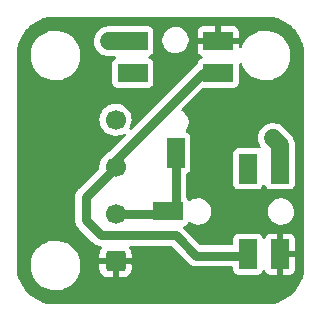
<source format=gbr>
%TF.GenerationSoftware,KiCad,Pcbnew,(6.0.8)*%
%TF.CreationDate,2022-11-26T11:36:33-06:00*%
%TF.ProjectId,connector-joint,636f6e6e-6563-4746-9f72-2d6a6f696e74,rev?*%
%TF.SameCoordinates,Original*%
%TF.FileFunction,Copper,L1,Top*%
%TF.FilePolarity,Positive*%
%FSLAX46Y46*%
G04 Gerber Fmt 4.6, Leading zero omitted, Abs format (unit mm)*
G04 Created by KiCad (PCBNEW (6.0.8)) date 2022-11-26 11:36:33*
%MOMM*%
%LPD*%
G01*
G04 APERTURE LIST*
G04 Aperture macros list*
%AMRoundRect*
0 Rectangle with rounded corners*
0 $1 Rounding radius*
0 $2 $3 $4 $5 $6 $7 $8 $9 X,Y pos of 4 corners*
0 Add a 4 corners polygon primitive as box body*
4,1,4,$2,$3,$4,$5,$6,$7,$8,$9,$2,$3,0*
0 Add four circle primitives for the rounded corners*
1,1,$1+$1,$2,$3*
1,1,$1+$1,$4,$5*
1,1,$1+$1,$6,$7*
1,1,$1+$1,$8,$9*
0 Add four rect primitives between the rounded corners*
20,1,$1+$1,$2,$3,$4,$5,0*
20,1,$1+$1,$4,$5,$6,$7,0*
20,1,$1+$1,$6,$7,$8,$9,0*
20,1,$1+$1,$8,$9,$2,$3,0*%
G04 Aperture macros list end*
%TA.AperFunction,SMDPad,CuDef*%
%ADD10R,2.500000X1.500000*%
%TD*%
%TA.AperFunction,SMDPad,CuDef*%
%ADD11R,1.500000X2.500000*%
%TD*%
%TA.AperFunction,ComponentPad*%
%ADD12RoundRect,0.250000X0.600000X-0.600000X0.600000X0.600000X-0.600000X0.600000X-0.600000X-0.600000X0*%
%TD*%
%TA.AperFunction,ComponentPad*%
%ADD13C,1.700000*%
%TD*%
%TA.AperFunction,ViaPad*%
%ADD14C,1.200000*%
%TD*%
%TA.AperFunction,Conductor*%
%ADD15C,0.750000*%
%TD*%
%TA.AperFunction,Conductor*%
%ADD16C,1.500000*%
%TD*%
G04 APERTURE END LIST*
D10*
%TO.P,J3,1,S*%
%TO.N,+3V3*%
X171265000Y-94040000D03*
D11*
%TO.P,J3,2,T*%
%TO.N,Net-(J1-Pad2)*%
X167640000Y-103540000D03*
D10*
%TO.P,J3,3,R1*%
%TO.N,Net-(J1-Pad3)*%
X171265000Y-96740000D03*
%TO.P,J3,4,R2*%
%TO.N,GND*%
X164015000Y-94040000D03*
%TO.P,J3,5,R1N*%
%TO.N,unconnected-(J3-Pad5)*%
X164015000Y-96740000D03*
%TD*%
D12*
%TO.P,J2,1,Pin_1*%
%TO.N,+3V3*%
X162560000Y-112680000D03*
D13*
%TO.P,J2,2,Pin_2*%
%TO.N,Net-(J1-Pad2)*%
X162560000Y-108680000D03*
%TO.P,J2,3,Pin_3*%
%TO.N,Net-(J1-Pad3)*%
X162560000Y-104680000D03*
%TO.P,J2,4,Pin_4*%
%TO.N,GND*%
X162560000Y-100680000D03*
%TD*%
D11*
%TO.P,J1,1,S*%
%TO.N,+3V3*%
X176470000Y-112083000D03*
D10*
%TO.P,J1,2,T*%
%TO.N,Net-(J1-Pad2)*%
X166970000Y-108458000D03*
D11*
%TO.P,J1,3,R1*%
%TO.N,Net-(J1-Pad3)*%
X173770000Y-112083000D03*
%TO.P,J1,4,R2*%
%TO.N,GND*%
X176470000Y-104833000D03*
%TO.P,J1,5,R1N*%
%TO.N,unconnected-(J1-Pad5)*%
X173770000Y-104833000D03*
%TD*%
D14*
%TO.N,GND*%
X161925000Y-93980000D03*
X175895000Y-102235000D03*
%TD*%
D15*
%TO.N,Net-(J1-Pad2)*%
X162560000Y-108680000D02*
X166430000Y-108680000D01*
X167640000Y-103540000D02*
X167640000Y-107915000D01*
X167640000Y-107915000D02*
X166970000Y-108585000D01*
%TO.N,Net-(J1-Pad3)*%
X160020000Y-107220000D02*
X160020000Y-109220000D01*
X162560000Y-104680000D02*
X160020000Y-107220000D01*
X162560000Y-104680000D02*
X162560000Y-104140000D01*
X162560000Y-104140000D02*
X169960000Y-96740000D01*
X167640000Y-110490000D02*
X169360000Y-112210000D01*
X161290000Y-110490000D02*
X167640000Y-110490000D01*
X160020000Y-109220000D02*
X161290000Y-110490000D01*
X169960000Y-96740000D02*
X171265000Y-96740000D01*
X169360000Y-112210000D02*
X173770000Y-112210000D01*
D16*
%TO.N,GND*%
X176470000Y-104960000D02*
X176470000Y-102810000D01*
X176470000Y-102810000D02*
X175895000Y-102235000D01*
X161985000Y-94040000D02*
X164015000Y-94040000D01*
%TD*%
%TA.AperFunction,Conductor*%
%TO.N,+3V3*%
G36*
X175230018Y-91950000D02*
G01*
X175244851Y-91952310D01*
X175244855Y-91952310D01*
X175253724Y-91953691D01*
X175272436Y-91951244D01*
X175295366Y-91950353D01*
X175598503Y-91966240D01*
X175611617Y-91967618D01*
X175939898Y-92019613D01*
X175952798Y-92022355D01*
X176273846Y-92108379D01*
X176286382Y-92112453D01*
X176557468Y-92216513D01*
X176596672Y-92231562D01*
X176608720Y-92236926D01*
X176904867Y-92387820D01*
X176916288Y-92394414D01*
X177195040Y-92575437D01*
X177205710Y-92583190D01*
X177464004Y-92792352D01*
X177473805Y-92801177D01*
X177708823Y-93036195D01*
X177717648Y-93045996D01*
X177926810Y-93304290D01*
X177934563Y-93314960D01*
X178115586Y-93593712D01*
X178122180Y-93605133D01*
X178273074Y-93901280D01*
X178278438Y-93913328D01*
X178392088Y-94209393D01*
X178397545Y-94223610D01*
X178401620Y-94236152D01*
X178460429Y-94455630D01*
X178487645Y-94557202D01*
X178490387Y-94570102D01*
X178542382Y-94898383D01*
X178543760Y-94911500D01*
X178559262Y-95207298D01*
X178557935Y-95233273D01*
X178557691Y-95234843D01*
X178557691Y-95234849D01*
X178556309Y-95243724D01*
X178557473Y-95252626D01*
X178557473Y-95252628D01*
X178560436Y-95275283D01*
X178561500Y-95291621D01*
X178561500Y-112980633D01*
X178560000Y-113000018D01*
X178557690Y-113014851D01*
X178557690Y-113014855D01*
X178556309Y-113023724D01*
X178558756Y-113042433D01*
X178559647Y-113065366D01*
X178551569Y-113219500D01*
X178543760Y-113368501D01*
X178542382Y-113381617D01*
X178490387Y-113709898D01*
X178487645Y-113722798D01*
X178482562Y-113741770D01*
X178405866Y-114028005D01*
X178401621Y-114043846D01*
X178397547Y-114056382D01*
X178293487Y-114327468D01*
X178278438Y-114366672D01*
X178273074Y-114378720D01*
X178122180Y-114674867D01*
X178115586Y-114686288D01*
X177934563Y-114965040D01*
X177926810Y-114975710D01*
X177717648Y-115234004D01*
X177708823Y-115243805D01*
X177473805Y-115478823D01*
X177464004Y-115487648D01*
X177205710Y-115696810D01*
X177195040Y-115704563D01*
X176916288Y-115885586D01*
X176904867Y-115892180D01*
X176608720Y-116043074D01*
X176596671Y-116048438D01*
X176286382Y-116167547D01*
X176273846Y-116171621D01*
X175952798Y-116257645D01*
X175939898Y-116260387D01*
X175611617Y-116312382D01*
X175598501Y-116313760D01*
X175564848Y-116315524D01*
X175302702Y-116329262D01*
X175276727Y-116327935D01*
X175275157Y-116327691D01*
X175275151Y-116327691D01*
X175266276Y-116326309D01*
X175257374Y-116327473D01*
X175257372Y-116327473D01*
X175242323Y-116329441D01*
X175234714Y-116330436D01*
X175218379Y-116331500D01*
X157529367Y-116331500D01*
X157509982Y-116330000D01*
X157495149Y-116327690D01*
X157495145Y-116327690D01*
X157486276Y-116326309D01*
X157467564Y-116328756D01*
X157444634Y-116329647D01*
X157141497Y-116313760D01*
X157128383Y-116312382D01*
X156800102Y-116260387D01*
X156787202Y-116257645D01*
X156466154Y-116171621D01*
X156453618Y-116167547D01*
X156143329Y-116048438D01*
X156131280Y-116043074D01*
X155835133Y-115892180D01*
X155823712Y-115885586D01*
X155544960Y-115704563D01*
X155534290Y-115696810D01*
X155275996Y-115487648D01*
X155266195Y-115478823D01*
X155031177Y-115243805D01*
X155022352Y-115234004D01*
X154813190Y-114975710D01*
X154805437Y-114965040D01*
X154624414Y-114686288D01*
X154617820Y-114674867D01*
X154466926Y-114378720D01*
X154461562Y-114366672D01*
X154446513Y-114327468D01*
X154342453Y-114056382D01*
X154338379Y-114043846D01*
X154334135Y-114028005D01*
X154257438Y-113741770D01*
X154252355Y-113722798D01*
X154249613Y-113709898D01*
X154197618Y-113381617D01*
X154196240Y-113368501D01*
X154188431Y-113219500D01*
X154185454Y-113162703D01*
X155370743Y-113162703D01*
X155371302Y-113166947D01*
X155371302Y-113166951D01*
X155373084Y-113180488D01*
X155408268Y-113447734D01*
X155484129Y-113725036D01*
X155485813Y-113728984D01*
X155551401Y-113882751D01*
X155596923Y-113989476D01*
X155744561Y-114236161D01*
X155924313Y-114460528D01*
X156132851Y-114658423D01*
X156366317Y-114826186D01*
X156370112Y-114828195D01*
X156370113Y-114828196D01*
X156391869Y-114839715D01*
X156620392Y-114960712D01*
X156890373Y-115059511D01*
X157171264Y-115120755D01*
X157199841Y-115123004D01*
X157394282Y-115138307D01*
X157394291Y-115138307D01*
X157396739Y-115138500D01*
X157552271Y-115138500D01*
X157554407Y-115138354D01*
X157554418Y-115138354D01*
X157762548Y-115124165D01*
X157762554Y-115124164D01*
X157766825Y-115123873D01*
X157771020Y-115123004D01*
X157771022Y-115123004D01*
X157907584Y-115094723D01*
X158048342Y-115065574D01*
X158319343Y-114969607D01*
X158574812Y-114837750D01*
X158578313Y-114835289D01*
X158578317Y-114835287D01*
X158692418Y-114755095D01*
X158810023Y-114672441D01*
X159020622Y-114476740D01*
X159202713Y-114254268D01*
X159352927Y-114009142D01*
X159368370Y-113973963D01*
X159466757Y-113749830D01*
X159468483Y-113745898D01*
X159484770Y-113688724D01*
X159515824Y-113579705D01*
X159547244Y-113469406D01*
X159567498Y-113327095D01*
X161202001Y-113327095D01*
X161202338Y-113333614D01*
X161212257Y-113429206D01*
X161215149Y-113442600D01*
X161266588Y-113596784D01*
X161272761Y-113609962D01*
X161358063Y-113747807D01*
X161367099Y-113759208D01*
X161481829Y-113873739D01*
X161493240Y-113882751D01*
X161631243Y-113967816D01*
X161644424Y-113973963D01*
X161798710Y-114025138D01*
X161812086Y-114028005D01*
X161906438Y-114037672D01*
X161912854Y-114038000D01*
X162287885Y-114038000D01*
X162303124Y-114033525D01*
X162304329Y-114032135D01*
X162306000Y-114024452D01*
X162306000Y-114019884D01*
X162814000Y-114019884D01*
X162818475Y-114035123D01*
X162819865Y-114036328D01*
X162827548Y-114037999D01*
X163207095Y-114037999D01*
X163213614Y-114037662D01*
X163309206Y-114027743D01*
X163322600Y-114024851D01*
X163476784Y-113973412D01*
X163489962Y-113967239D01*
X163627807Y-113881937D01*
X163639208Y-113872901D01*
X163753739Y-113758171D01*
X163762751Y-113746760D01*
X163847816Y-113608757D01*
X163853963Y-113595576D01*
X163905138Y-113441290D01*
X163908005Y-113427914D01*
X163917672Y-113333562D01*
X163918000Y-113327146D01*
X163918000Y-112952115D01*
X163913525Y-112936876D01*
X163912135Y-112935671D01*
X163904452Y-112934000D01*
X162832115Y-112934000D01*
X162816876Y-112938475D01*
X162815671Y-112939865D01*
X162814000Y-112947548D01*
X162814000Y-114019884D01*
X162306000Y-114019884D01*
X162306000Y-112952115D01*
X162301525Y-112936876D01*
X162300135Y-112935671D01*
X162292452Y-112934000D01*
X161220116Y-112934000D01*
X161204877Y-112938475D01*
X161203672Y-112939865D01*
X161202001Y-112947548D01*
X161202001Y-113327095D01*
X159567498Y-113327095D01*
X159587751Y-113184784D01*
X159587844Y-113167158D01*
X159589235Y-112901583D01*
X159589235Y-112901576D01*
X159589257Y-112897297D01*
X159585331Y-112867472D01*
X159552292Y-112616522D01*
X159551732Y-112612266D01*
X159475871Y-112334964D01*
X159363077Y-112070524D01*
X159215439Y-111823839D01*
X159035687Y-111599472D01*
X158827149Y-111401577D01*
X158593683Y-111233814D01*
X158588163Y-111230891D01*
X158462305Y-111164253D01*
X158339608Y-111099288D01*
X158069627Y-111000489D01*
X157788736Y-110939245D01*
X157757685Y-110936801D01*
X157565718Y-110921693D01*
X157565709Y-110921693D01*
X157563261Y-110921500D01*
X157407729Y-110921500D01*
X157405593Y-110921646D01*
X157405582Y-110921646D01*
X157197452Y-110935835D01*
X157197446Y-110935836D01*
X157193175Y-110936127D01*
X157188980Y-110936996D01*
X157188978Y-110936996D01*
X157052417Y-110965276D01*
X156911658Y-110994426D01*
X156640657Y-111090393D01*
X156636848Y-111092359D01*
X156419999Y-111204283D01*
X156385188Y-111222250D01*
X156381687Y-111224711D01*
X156381683Y-111224713D01*
X156289366Y-111289595D01*
X156149977Y-111387559D01*
X156134892Y-111401577D01*
X156001784Y-111525269D01*
X155939378Y-111583260D01*
X155757287Y-111805732D01*
X155607073Y-112050858D01*
X155491517Y-112314102D01*
X155490342Y-112318229D01*
X155490341Y-112318230D01*
X155483324Y-112342865D01*
X155412756Y-112590594D01*
X155372249Y-112875216D01*
X155372227Y-112879505D01*
X155372226Y-112879512D01*
X155370765Y-113158417D01*
X155370743Y-113162703D01*
X154185454Y-113162703D01*
X154180932Y-113076413D01*
X154182506Y-113048910D01*
X154182770Y-113047341D01*
X154183576Y-113042552D01*
X154183729Y-113030000D01*
X154179773Y-113002376D01*
X154178500Y-112984514D01*
X154178500Y-109173507D01*
X159132850Y-109173507D01*
X159133195Y-109180094D01*
X159133195Y-109180098D01*
X159136327Y-109239850D01*
X159136500Y-109246445D01*
X159136500Y-109266306D01*
X159136844Y-109269577D01*
X159138576Y-109286059D01*
X159139093Y-109292628D01*
X159142570Y-109358971D01*
X159146042Y-109371929D01*
X159149645Y-109391372D01*
X159151046Y-109404702D01*
X159171578Y-109467894D01*
X159173444Y-109474196D01*
X159190638Y-109538363D01*
X159193634Y-109544242D01*
X159193637Y-109544251D01*
X159196728Y-109550317D01*
X159204292Y-109568579D01*
X159206392Y-109575043D01*
X159206395Y-109575051D01*
X159208436Y-109581331D01*
X159211738Y-109587050D01*
X159211740Y-109587055D01*
X159241654Y-109638867D01*
X159244787Y-109644637D01*
X159274953Y-109703839D01*
X159279109Y-109708971D01*
X159283391Y-109714259D01*
X159294589Y-109730552D01*
X159301296Y-109742169D01*
X159305713Y-109747075D01*
X159305717Y-109747080D01*
X159345747Y-109791538D01*
X159350031Y-109796554D01*
X159360441Y-109809409D01*
X159362528Y-109811986D01*
X159376573Y-109826031D01*
X159381114Y-109830816D01*
X159425566Y-109880185D01*
X159436426Y-109888075D01*
X159451454Y-109900912D01*
X160609088Y-111058546D01*
X160621925Y-111073574D01*
X160629815Y-111084434D01*
X160634725Y-111088855D01*
X160634726Y-111088856D01*
X160679184Y-111128886D01*
X160683969Y-111133427D01*
X160698014Y-111147472D01*
X160700588Y-111149556D01*
X160700591Y-111149559D01*
X160713446Y-111159969D01*
X160718462Y-111164253D01*
X160762920Y-111204283D01*
X160762925Y-111204287D01*
X160767831Y-111208704D01*
X160779097Y-111215209D01*
X160779448Y-111215411D01*
X160795741Y-111226609D01*
X160806161Y-111235047D01*
X160865363Y-111265213D01*
X160871133Y-111268346D01*
X160922945Y-111298260D01*
X160922950Y-111298262D01*
X160928669Y-111301564D01*
X160934949Y-111303605D01*
X160934957Y-111303608D01*
X160941421Y-111305708D01*
X160959683Y-111313272D01*
X160965749Y-111316363D01*
X160965758Y-111316366D01*
X160971637Y-111319362D01*
X160978015Y-111321071D01*
X161035804Y-111336556D01*
X161042106Y-111338422D01*
X161105298Y-111358954D01*
X161118205Y-111360311D01*
X161118628Y-111360355D01*
X161138071Y-111363958D01*
X161151029Y-111367430D01*
X161157620Y-111367775D01*
X161157624Y-111367776D01*
X161217354Y-111370906D01*
X161223929Y-111371423D01*
X161239126Y-111373020D01*
X161243694Y-111373500D01*
X161263568Y-111373500D01*
X161270162Y-111373673D01*
X161295637Y-111375008D01*
X161362618Y-111398547D01*
X161406239Y-111454562D01*
X161412651Y-111525269D01*
X161378216Y-111589852D01*
X161366265Y-111601824D01*
X161357249Y-111613240D01*
X161272184Y-111751243D01*
X161266037Y-111764424D01*
X161214862Y-111918710D01*
X161211995Y-111932086D01*
X161202328Y-112026438D01*
X161202000Y-112032855D01*
X161202000Y-112407885D01*
X161206475Y-112423124D01*
X161207865Y-112424329D01*
X161215548Y-112426000D01*
X163899884Y-112426000D01*
X163915123Y-112421525D01*
X163916328Y-112420135D01*
X163917999Y-112412452D01*
X163917999Y-112032905D01*
X163917662Y-112026386D01*
X163907743Y-111930794D01*
X163904851Y-111917400D01*
X163853412Y-111763216D01*
X163847239Y-111750038D01*
X163761937Y-111612193D01*
X163752901Y-111600792D01*
X163740761Y-111588673D01*
X163706682Y-111526390D01*
X163711685Y-111455570D01*
X163754183Y-111398697D01*
X163820681Y-111373829D01*
X163829779Y-111373500D01*
X167221852Y-111373500D01*
X167289973Y-111393502D01*
X167310947Y-111410405D01*
X168679088Y-112778546D01*
X168691925Y-112793574D01*
X168699815Y-112804434D01*
X168704725Y-112808855D01*
X168704726Y-112808856D01*
X168749184Y-112848886D01*
X168753969Y-112853427D01*
X168768014Y-112867472D01*
X168770588Y-112869556D01*
X168770591Y-112869559D01*
X168783446Y-112879969D01*
X168788462Y-112884253D01*
X168832920Y-112924283D01*
X168832925Y-112924287D01*
X168837831Y-112928704D01*
X168849097Y-112935209D01*
X168849448Y-112935411D01*
X168865741Y-112946609D01*
X168876161Y-112955047D01*
X168935363Y-112985213D01*
X168941133Y-112988346D01*
X168992945Y-113018260D01*
X168992950Y-113018262D01*
X168998669Y-113021564D01*
X169004949Y-113023605D01*
X169004957Y-113023608D01*
X169011421Y-113025708D01*
X169029683Y-113033272D01*
X169035755Y-113036365D01*
X169041637Y-113039362D01*
X169085455Y-113051103D01*
X169105813Y-113056558D01*
X169112112Y-113058424D01*
X169175298Y-113078954D01*
X169181867Y-113079644D01*
X169181874Y-113079646D01*
X169188645Y-113080358D01*
X169208074Y-113083958D01*
X169221029Y-113087429D01*
X169227625Y-113087775D01*
X169227627Y-113087775D01*
X169260429Y-113089494D01*
X169287353Y-113090905D01*
X169293912Y-113091421D01*
X169313694Y-113093500D01*
X169333574Y-113093500D01*
X169340169Y-113093673D01*
X169399902Y-113096804D01*
X169399906Y-113096804D01*
X169406493Y-113097149D01*
X169419740Y-113095051D01*
X169439450Y-113093500D01*
X172385500Y-113093500D01*
X172453621Y-113113502D01*
X172500114Y-113167158D01*
X172511500Y-113219500D01*
X172511500Y-113381134D01*
X172518255Y-113443316D01*
X172569385Y-113579705D01*
X172656739Y-113696261D01*
X172773295Y-113783615D01*
X172909684Y-113834745D01*
X172971866Y-113841500D01*
X174568134Y-113841500D01*
X174630316Y-113834745D01*
X174766705Y-113783615D01*
X174883261Y-113696261D01*
X174970615Y-113579705D01*
X175002285Y-113495226D01*
X175044927Y-113438462D01*
X175111488Y-113413762D01*
X175180837Y-113428970D01*
X175230955Y-113479256D01*
X175238249Y-113495226D01*
X175266676Y-113571054D01*
X175275214Y-113586649D01*
X175351715Y-113688724D01*
X175364276Y-113701285D01*
X175466351Y-113777786D01*
X175481946Y-113786324D01*
X175602394Y-113831478D01*
X175617649Y-113835105D01*
X175668514Y-113840631D01*
X175675328Y-113841000D01*
X176197885Y-113841000D01*
X176213124Y-113836525D01*
X176214329Y-113835135D01*
X176216000Y-113827452D01*
X176216000Y-113822884D01*
X176724000Y-113822884D01*
X176728475Y-113838123D01*
X176729865Y-113839328D01*
X176737548Y-113840999D01*
X177264669Y-113840999D01*
X177271490Y-113840629D01*
X177322352Y-113835105D01*
X177337604Y-113831479D01*
X177458054Y-113786324D01*
X177473649Y-113777786D01*
X177575724Y-113701285D01*
X177588285Y-113688724D01*
X177664786Y-113586649D01*
X177673324Y-113571054D01*
X177718478Y-113450606D01*
X177722105Y-113435351D01*
X177727631Y-113384486D01*
X177728000Y-113377672D01*
X177728000Y-112355115D01*
X177723525Y-112339876D01*
X177722135Y-112338671D01*
X177714452Y-112337000D01*
X176742115Y-112337000D01*
X176726876Y-112341475D01*
X176725671Y-112342865D01*
X176724000Y-112350548D01*
X176724000Y-113822884D01*
X176216000Y-113822884D01*
X176216000Y-111810885D01*
X176724000Y-111810885D01*
X176728475Y-111826124D01*
X176729865Y-111827329D01*
X176737548Y-111829000D01*
X177709884Y-111829000D01*
X177725123Y-111824525D01*
X177726328Y-111823135D01*
X177727999Y-111815452D01*
X177727999Y-110788331D01*
X177727629Y-110781510D01*
X177722105Y-110730648D01*
X177718479Y-110715396D01*
X177673324Y-110594946D01*
X177664786Y-110579351D01*
X177588285Y-110477276D01*
X177575724Y-110464715D01*
X177473649Y-110388214D01*
X177458054Y-110379676D01*
X177337606Y-110334522D01*
X177322351Y-110330895D01*
X177271486Y-110325369D01*
X177264672Y-110325000D01*
X176742115Y-110325000D01*
X176726876Y-110329475D01*
X176725671Y-110330865D01*
X176724000Y-110338548D01*
X176724000Y-111810885D01*
X176216000Y-111810885D01*
X176216000Y-110343116D01*
X176211525Y-110327877D01*
X176210135Y-110326672D01*
X176202452Y-110325001D01*
X175675331Y-110325001D01*
X175668510Y-110325371D01*
X175617648Y-110330895D01*
X175602396Y-110334521D01*
X175481946Y-110379676D01*
X175466351Y-110388214D01*
X175364276Y-110464715D01*
X175351715Y-110477276D01*
X175275214Y-110579351D01*
X175266676Y-110594946D01*
X175238249Y-110670774D01*
X175195607Y-110727538D01*
X175129046Y-110752238D01*
X175059697Y-110737030D01*
X175009579Y-110686744D01*
X175002285Y-110670774D01*
X174973767Y-110594703D01*
X174970615Y-110586295D01*
X174883261Y-110469739D01*
X174766705Y-110382385D01*
X174630316Y-110331255D01*
X174568134Y-110324500D01*
X172971866Y-110324500D01*
X172909684Y-110331255D01*
X172773295Y-110382385D01*
X172656739Y-110469739D01*
X172569385Y-110586295D01*
X172518255Y-110722684D01*
X172511500Y-110784866D01*
X172511500Y-111200500D01*
X172491498Y-111268621D01*
X172437842Y-111315114D01*
X172385500Y-111326500D01*
X169778148Y-111326500D01*
X169710027Y-111306498D01*
X169689053Y-111289595D01*
X168320912Y-109921454D01*
X168308075Y-109906426D01*
X168300185Y-109895567D01*
X168301732Y-109894443D01*
X168274996Y-109838719D01*
X168283766Y-109768266D01*
X168329235Y-109713739D01*
X168355121Y-109700446D01*
X168458297Y-109661767D01*
X168466705Y-109658615D01*
X168583261Y-109571261D01*
X168670615Y-109454705D01*
X168673768Y-109446295D01*
X168693551Y-109393524D01*
X168736192Y-109336759D01*
X168802754Y-109312059D01*
X168872103Y-109327266D01*
X168879881Y-109331901D01*
X169057548Y-109446620D01*
X169110286Y-109467874D01*
X169248168Y-109523442D01*
X169248171Y-109523443D01*
X169253737Y-109525686D01*
X169461337Y-109566228D01*
X169466899Y-109566500D01*
X169622846Y-109566500D01*
X169780566Y-109551452D01*
X169983534Y-109491908D01*
X170041816Y-109461891D01*
X170166249Y-109397804D01*
X170166252Y-109397802D01*
X170171580Y-109395058D01*
X170337920Y-109264396D01*
X170341852Y-109259865D01*
X170341855Y-109259862D01*
X170472621Y-109109167D01*
X170476552Y-109104637D01*
X170479552Y-109099451D01*
X170479555Y-109099447D01*
X170579467Y-108926742D01*
X170582473Y-108921546D01*
X170651861Y-108721729D01*
X170661993Y-108651851D01*
X170681352Y-108518336D01*
X170681352Y-108518333D01*
X170682213Y-108512396D01*
X170677177Y-108403604D01*
X175457787Y-108403604D01*
X175467567Y-108614899D01*
X175468971Y-108620724D01*
X175468971Y-108620725D01*
X175512623Y-108801852D01*
X175517125Y-108820534D01*
X175519607Y-108825992D01*
X175519608Y-108825996D01*
X175561138Y-108917335D01*
X175604674Y-109013087D01*
X175727054Y-109185611D01*
X175879850Y-109331881D01*
X176057548Y-109446620D01*
X176110286Y-109467874D01*
X176248168Y-109523442D01*
X176248171Y-109523443D01*
X176253737Y-109525686D01*
X176461337Y-109566228D01*
X176466899Y-109566500D01*
X176622846Y-109566500D01*
X176780566Y-109551452D01*
X176983534Y-109491908D01*
X177041816Y-109461891D01*
X177166249Y-109397804D01*
X177166252Y-109397802D01*
X177171580Y-109395058D01*
X177337920Y-109264396D01*
X177341852Y-109259865D01*
X177341855Y-109259862D01*
X177472621Y-109109167D01*
X177476552Y-109104637D01*
X177479552Y-109099451D01*
X177479555Y-109099447D01*
X177579467Y-108926742D01*
X177582473Y-108921546D01*
X177651861Y-108721729D01*
X177661993Y-108651851D01*
X177681352Y-108518336D01*
X177681352Y-108518333D01*
X177682213Y-108512396D01*
X177672433Y-108301101D01*
X177622875Y-108095466D01*
X177579525Y-108000122D01*
X177537806Y-107908368D01*
X177535326Y-107902913D01*
X177412946Y-107730389D01*
X177260150Y-107584119D01*
X177082452Y-107469380D01*
X177001208Y-107436638D01*
X176891832Y-107392558D01*
X176891829Y-107392557D01*
X176886263Y-107390314D01*
X176678663Y-107349772D01*
X176673101Y-107349500D01*
X176517154Y-107349500D01*
X176359434Y-107364548D01*
X176156466Y-107424092D01*
X176151139Y-107426836D01*
X176151138Y-107426836D01*
X175973751Y-107518196D01*
X175973748Y-107518198D01*
X175968420Y-107520942D01*
X175802080Y-107651604D01*
X175798148Y-107656135D01*
X175798145Y-107656138D01*
X175729474Y-107735275D01*
X175663448Y-107811363D01*
X175660448Y-107816549D01*
X175660445Y-107816553D01*
X175659376Y-107818401D01*
X175557527Y-107994454D01*
X175488139Y-108194271D01*
X175457787Y-108403604D01*
X170677177Y-108403604D01*
X170672433Y-108301101D01*
X170622875Y-108095466D01*
X170579525Y-108000122D01*
X170537806Y-107908368D01*
X170535326Y-107902913D01*
X170412946Y-107730389D01*
X170260150Y-107584119D01*
X170082452Y-107469380D01*
X170001208Y-107436638D01*
X169891832Y-107392558D01*
X169891829Y-107392557D01*
X169886263Y-107390314D01*
X169678663Y-107349772D01*
X169673101Y-107349500D01*
X169517154Y-107349500D01*
X169359434Y-107364548D01*
X169156466Y-107424092D01*
X169151139Y-107426836D01*
X169151138Y-107426836D01*
X168973751Y-107518196D01*
X168973748Y-107518198D01*
X168968420Y-107520942D01*
X168963707Y-107524644D01*
X168963704Y-107524646D01*
X168937034Y-107545596D01*
X168891019Y-107581741D01*
X168825094Y-107608092D01*
X168755388Y-107594618D01*
X168704032Y-107545596D01*
X168695204Y-107526886D01*
X168673767Y-107469703D01*
X168670615Y-107461295D01*
X168636292Y-107415498D01*
X168588645Y-107351922D01*
X168588642Y-107351919D01*
X168583261Y-107344739D01*
X168573938Y-107337752D01*
X168572346Y-107335623D01*
X168569729Y-107333006D01*
X168570107Y-107332628D01*
X168531421Y-107280893D01*
X168523500Y-107236923D01*
X168523500Y-106131134D01*
X172511500Y-106131134D01*
X172518255Y-106193316D01*
X172569385Y-106329705D01*
X172656739Y-106446261D01*
X172773295Y-106533615D01*
X172909684Y-106584745D01*
X172971866Y-106591500D01*
X174568134Y-106591500D01*
X174630316Y-106584745D01*
X174766705Y-106533615D01*
X174883261Y-106446261D01*
X174970615Y-106329705D01*
X175002018Y-106245938D01*
X175044660Y-106189174D01*
X175111221Y-106164474D01*
X175180570Y-106179681D01*
X175230688Y-106229967D01*
X175237982Y-106245938D01*
X175269385Y-106329705D01*
X175356739Y-106446261D01*
X175473295Y-106533615D01*
X175609684Y-106584745D01*
X175671866Y-106591500D01*
X177268134Y-106591500D01*
X177330316Y-106584745D01*
X177466705Y-106533615D01*
X177583261Y-106446261D01*
X177670615Y-106329705D01*
X177721745Y-106193316D01*
X177728500Y-106131134D01*
X177728500Y-102901396D01*
X177729578Y-102884949D01*
X177731747Y-102868472D01*
X177732479Y-102862914D01*
X177731248Y-102836798D01*
X177728640Y-102781504D01*
X177728500Y-102775569D01*
X177728500Y-102753001D01*
X177728252Y-102750218D01*
X177728251Y-102750204D01*
X177726182Y-102727023D01*
X177725823Y-102721760D01*
X177722161Y-102644116D01*
X177721897Y-102638512D01*
X177717892Y-102621023D01*
X177715212Y-102604104D01*
X177714115Y-102591821D01*
X177713617Y-102586238D01*
X177712137Y-102580827D01*
X177691631Y-102505870D01*
X177690345Y-102500752D01*
X177672994Y-102424997D01*
X177671742Y-102419530D01*
X177664707Y-102403037D01*
X177659072Y-102386855D01*
X177655820Y-102374967D01*
X177655817Y-102374958D01*
X177654337Y-102369549D01*
X177651922Y-102364486D01*
X177651918Y-102364475D01*
X177618466Y-102294343D01*
X177616293Y-102289532D01*
X177585803Y-102218048D01*
X177583604Y-102212892D01*
X177573756Y-102197900D01*
X177565344Y-102182971D01*
X177557622Y-102166782D01*
X177508996Y-102099111D01*
X177506013Y-102094771D01*
X177462805Y-102028992D01*
X177462801Y-102028987D01*
X177460265Y-102025126D01*
X177441751Y-102004346D01*
X177433506Y-101994055D01*
X177429807Y-101988907D01*
X177429803Y-101988903D01*
X177426529Y-101984346D01*
X177349777Y-101909968D01*
X177348367Y-101908579D01*
X176744590Y-101304802D01*
X176616146Y-101197406D01*
X176421007Y-101086101D01*
X176415730Y-101084232D01*
X176415725Y-101084230D01*
X176214531Y-101012984D01*
X176214528Y-101012983D01*
X176209241Y-101011111D01*
X175987543Y-100974806D01*
X175981930Y-100974894D01*
X175981927Y-100974894D01*
X175863124Y-100976761D01*
X175762919Y-100978335D01*
X175757414Y-100979415D01*
X175547979Y-101020504D01*
X175547975Y-101020505D01*
X175542471Y-101021585D01*
X175537245Y-101023623D01*
X175537240Y-101023624D01*
X175395263Y-101078979D01*
X175333165Y-101103190D01*
X175141618Y-101220570D01*
X175137425Y-101224305D01*
X175137422Y-101224308D01*
X175058511Y-101294616D01*
X174973885Y-101370015D01*
X174835266Y-101546801D01*
X174730146Y-101745341D01*
X174728440Y-101750687D01*
X174728439Y-101750689D01*
X174707761Y-101815482D01*
X174661844Y-101959357D01*
X174661112Y-101964914D01*
X174661112Y-101964916D01*
X174657276Y-101994055D01*
X174632521Y-102182086D01*
X174643104Y-102406488D01*
X174664694Y-102500752D01*
X174690323Y-102612654D01*
X174693258Y-102625470D01*
X174781397Y-102832109D01*
X174784477Y-102836797D01*
X174784477Y-102836798D01*
X174835920Y-102915114D01*
X174856602Y-102983031D01*
X174837281Y-103051348D01*
X174784093Y-103098375D01*
X174713923Y-103109180D01*
X174686380Y-103102273D01*
X174630316Y-103081255D01*
X174568134Y-103074500D01*
X172971866Y-103074500D01*
X172909684Y-103081255D01*
X172773295Y-103132385D01*
X172656739Y-103219739D01*
X172569385Y-103336295D01*
X172518255Y-103472684D01*
X172511500Y-103534866D01*
X172511500Y-106131134D01*
X168523500Y-106131134D01*
X168523500Y-105370382D01*
X168543502Y-105302261D01*
X168597158Y-105255768D01*
X168605269Y-105252401D01*
X168628293Y-105243769D01*
X168628296Y-105243768D01*
X168636705Y-105240615D01*
X168753261Y-105153261D01*
X168840615Y-105036705D01*
X168891745Y-104900316D01*
X168898500Y-104838134D01*
X168898500Y-102241866D01*
X168891745Y-102179684D01*
X168840615Y-102043295D01*
X168753261Y-101926739D01*
X168636705Y-101839385D01*
X168572944Y-101815482D01*
X168516180Y-101772840D01*
X168491480Y-101706279D01*
X168506687Y-101636930D01*
X168522005Y-101614925D01*
X168546552Y-101586637D01*
X168549552Y-101581451D01*
X168549555Y-101581447D01*
X168649467Y-101408742D01*
X168652473Y-101403546D01*
X168721861Y-101203729D01*
X168736734Y-101101155D01*
X168751352Y-101000336D01*
X168751352Y-101000333D01*
X168752213Y-100994396D01*
X168742433Y-100783101D01*
X168692875Y-100577466D01*
X168605326Y-100384913D01*
X168482946Y-100212389D01*
X168330150Y-100066119D01*
X168325118Y-100062870D01*
X168325108Y-100062862D01*
X168189713Y-99975438D01*
X168143335Y-99921683D01*
X168133382Y-99851388D01*
X168163014Y-99786870D01*
X168168966Y-99780492D01*
X169914053Y-98035405D01*
X169976365Y-98001379D01*
X170003148Y-97998500D01*
X172563134Y-97998500D01*
X172625316Y-97991745D01*
X172761705Y-97940615D01*
X172878261Y-97853261D01*
X172965615Y-97736705D01*
X173016745Y-97600316D01*
X173023500Y-97538134D01*
X173023500Y-95997444D01*
X173043502Y-95929323D01*
X173097158Y-95882830D01*
X173167432Y-95872726D01*
X173232012Y-95902220D01*
X173265397Y-95948009D01*
X173286483Y-95997444D01*
X173376923Y-96209476D01*
X173524561Y-96456161D01*
X173704313Y-96680528D01*
X173912851Y-96878423D01*
X174146317Y-97046186D01*
X174150112Y-97048195D01*
X174150113Y-97048196D01*
X174171869Y-97059715D01*
X174400392Y-97180712D01*
X174670373Y-97279511D01*
X174951264Y-97340755D01*
X174979841Y-97343004D01*
X175174282Y-97358307D01*
X175174291Y-97358307D01*
X175176739Y-97358500D01*
X175332271Y-97358500D01*
X175334407Y-97358354D01*
X175334418Y-97358354D01*
X175542548Y-97344165D01*
X175542554Y-97344164D01*
X175546825Y-97343873D01*
X175551020Y-97343004D01*
X175551022Y-97343004D01*
X175687584Y-97314723D01*
X175828342Y-97285574D01*
X176099343Y-97189607D01*
X176354812Y-97057750D01*
X176358313Y-97055289D01*
X176358317Y-97055287D01*
X176472418Y-96975095D01*
X176590023Y-96892441D01*
X176800622Y-96696740D01*
X176982713Y-96474268D01*
X177132927Y-96229142D01*
X177248483Y-95965898D01*
X177327244Y-95689406D01*
X177367751Y-95404784D01*
X177367783Y-95398779D01*
X177369235Y-95121583D01*
X177369235Y-95121576D01*
X177369257Y-95117297D01*
X177365663Y-95089993D01*
X177350601Y-94975594D01*
X177331732Y-94832266D01*
X177326703Y-94813881D01*
X177265775Y-94591167D01*
X177255871Y-94554964D01*
X177188868Y-94397878D01*
X177144763Y-94294476D01*
X177144761Y-94294472D01*
X177143077Y-94290524D01*
X177020234Y-94085268D01*
X176997643Y-94047521D01*
X176997640Y-94047517D01*
X176995439Y-94043839D01*
X176815687Y-93819472D01*
X176623367Y-93636967D01*
X176610258Y-93624527D01*
X176610255Y-93624525D01*
X176607149Y-93621577D01*
X176373683Y-93453814D01*
X176351843Y-93442250D01*
X176322304Y-93426610D01*
X176119608Y-93319288D01*
X175916057Y-93244799D01*
X175853658Y-93221964D01*
X175853656Y-93221963D01*
X175849627Y-93220489D01*
X175568736Y-93159245D01*
X175537685Y-93156801D01*
X175345718Y-93141693D01*
X175345709Y-93141693D01*
X175343261Y-93141500D01*
X175187729Y-93141500D01*
X175185593Y-93141646D01*
X175185582Y-93141646D01*
X174977452Y-93155835D01*
X174977446Y-93155836D01*
X174973175Y-93156127D01*
X174968980Y-93156996D01*
X174968978Y-93156996D01*
X174895150Y-93172285D01*
X174691658Y-93214426D01*
X174420657Y-93310393D01*
X174165188Y-93442250D01*
X174161687Y-93444711D01*
X174161683Y-93444713D01*
X174108456Y-93482122D01*
X173929977Y-93607559D01*
X173914892Y-93621577D01*
X173734626Y-93789091D01*
X173719378Y-93803260D01*
X173537287Y-94025732D01*
X173387073Y-94270858D01*
X173385347Y-94274791D01*
X173385346Y-94274792D01*
X173370735Y-94308077D01*
X173271517Y-94534102D01*
X173270342Y-94538229D01*
X173270341Y-94538230D01*
X173270179Y-94538799D01*
X173270080Y-94538957D01*
X173268888Y-94542266D01*
X173268157Y-94542003D01*
X173232280Y-94598834D01*
X173167940Y-94628848D01*
X173097586Y-94619313D01*
X173043556Y-94573256D01*
X173023000Y-94504280D01*
X173023000Y-94312115D01*
X173018525Y-94296876D01*
X173017135Y-94295671D01*
X173009452Y-94294000D01*
X169525116Y-94294000D01*
X169509877Y-94298475D01*
X169508672Y-94299865D01*
X169507001Y-94307548D01*
X169507001Y-94834669D01*
X169507371Y-94841490D01*
X169512895Y-94892352D01*
X169516521Y-94907604D01*
X169561676Y-95028054D01*
X169570214Y-95043649D01*
X169646715Y-95145724D01*
X169659276Y-95158285D01*
X169761351Y-95234786D01*
X169776946Y-95243324D01*
X169852774Y-95271751D01*
X169909538Y-95314393D01*
X169934238Y-95380954D01*
X169919030Y-95450303D01*
X169868744Y-95500421D01*
X169852774Y-95507715D01*
X169852062Y-95507982D01*
X169768295Y-95539385D01*
X169651739Y-95626739D01*
X169564385Y-95743295D01*
X169513255Y-95879684D01*
X169512402Y-95887537D01*
X169512401Y-95887541D01*
X169508793Y-95920761D01*
X169481552Y-95986324D01*
X169446527Y-96016275D01*
X169437831Y-96021296D01*
X169432925Y-96025713D01*
X169432920Y-96025717D01*
X169388462Y-96065747D01*
X169383446Y-96070031D01*
X169370591Y-96080441D01*
X169368014Y-96082528D01*
X169353969Y-96096573D01*
X169349184Y-96101114D01*
X169299815Y-96145566D01*
X169291925Y-96156426D01*
X169279088Y-96171454D01*
X163937308Y-101513234D01*
X163874996Y-101547260D01*
X163804181Y-101542195D01*
X163747345Y-101499648D01*
X163722534Y-101433128D01*
X163735256Y-101368312D01*
X163766644Y-101304802D01*
X163827430Y-101181811D01*
X163890048Y-100975713D01*
X163890865Y-100973023D01*
X163890865Y-100973021D01*
X163892370Y-100968069D01*
X163921529Y-100746590D01*
X163923156Y-100680000D01*
X163904852Y-100457361D01*
X163850431Y-100240702D01*
X163761354Y-100035840D01*
X163706714Y-99951380D01*
X163642822Y-99852617D01*
X163642820Y-99852614D01*
X163640014Y-99848277D01*
X163489670Y-99683051D01*
X163485619Y-99679852D01*
X163485615Y-99679848D01*
X163318414Y-99547800D01*
X163318410Y-99547798D01*
X163314359Y-99544598D01*
X163118789Y-99436638D01*
X163113920Y-99434914D01*
X163113916Y-99434912D01*
X162913087Y-99363795D01*
X162913083Y-99363794D01*
X162908212Y-99362069D01*
X162903119Y-99361162D01*
X162903116Y-99361161D01*
X162693373Y-99323800D01*
X162693367Y-99323799D01*
X162688284Y-99322894D01*
X162614452Y-99321992D01*
X162470081Y-99320228D01*
X162470079Y-99320228D01*
X162464911Y-99320165D01*
X162244091Y-99353955D01*
X162031756Y-99423357D01*
X161833607Y-99526507D01*
X161829474Y-99529610D01*
X161829471Y-99529612D01*
X161805247Y-99547800D01*
X161654965Y-99660635D01*
X161500629Y-99822138D01*
X161374743Y-100006680D01*
X161280688Y-100209305D01*
X161220989Y-100424570D01*
X161197251Y-100646695D01*
X161197548Y-100651848D01*
X161197548Y-100651851D01*
X161203011Y-100746590D01*
X161210110Y-100869715D01*
X161211247Y-100874761D01*
X161211248Y-100874767D01*
X161231119Y-100962939D01*
X161259222Y-101087639D01*
X161343266Y-101294616D01*
X161345965Y-101299020D01*
X161433680Y-101442158D01*
X161459987Y-101485088D01*
X161606250Y-101653938D01*
X161778126Y-101796632D01*
X161971000Y-101909338D01*
X161975825Y-101911180D01*
X161975826Y-101911181D01*
X162025632Y-101930200D01*
X162179692Y-101989030D01*
X162184760Y-101990061D01*
X162184763Y-101990062D01*
X162254972Y-102004346D01*
X162398597Y-102033567D01*
X162403772Y-102033757D01*
X162403774Y-102033757D01*
X162616673Y-102041564D01*
X162616677Y-102041564D01*
X162621837Y-102041753D01*
X162626957Y-102041097D01*
X162626959Y-102041097D01*
X162838288Y-102014025D01*
X162838289Y-102014025D01*
X162843416Y-102013368D01*
X162884074Y-102001170D01*
X163052429Y-101950661D01*
X163052434Y-101950659D01*
X163057384Y-101949174D01*
X163247955Y-101855814D01*
X163317929Y-101843807D01*
X163383286Y-101871537D01*
X163423276Y-101930200D01*
X163425202Y-102001170D01*
X163392482Y-102058060D01*
X162035935Y-103414607D01*
X162005021Y-103437274D01*
X161833607Y-103526507D01*
X161829474Y-103529610D01*
X161829471Y-103529612D01*
X161659100Y-103657530D01*
X161654965Y-103660635D01*
X161500629Y-103822138D01*
X161374743Y-104006680D01*
X161372564Y-104011375D01*
X161308129Y-104150189D01*
X161280688Y-104209305D01*
X161220989Y-104424570D01*
X161197251Y-104646695D01*
X161197548Y-104651847D01*
X161197548Y-104651851D01*
X161201991Y-104728899D01*
X161185944Y-104798058D01*
X161165295Y-104825247D01*
X159451454Y-106539088D01*
X159436426Y-106551925D01*
X159425566Y-106559815D01*
X159421145Y-106564725D01*
X159421144Y-106564726D01*
X159381114Y-106609184D01*
X159376573Y-106613969D01*
X159362528Y-106628014D01*
X159360444Y-106630588D01*
X159360441Y-106630591D01*
X159350031Y-106643446D01*
X159345747Y-106648462D01*
X159305717Y-106692920D01*
X159305713Y-106692925D01*
X159301296Y-106697831D01*
X159294791Y-106709097D01*
X159294589Y-106709448D01*
X159283391Y-106725741D01*
X159274953Y-106736161D01*
X159244787Y-106795363D01*
X159241654Y-106801133D01*
X159211740Y-106852945D01*
X159211738Y-106852950D01*
X159208436Y-106858669D01*
X159206395Y-106864949D01*
X159206392Y-106864957D01*
X159204292Y-106871421D01*
X159196728Y-106889683D01*
X159193637Y-106895749D01*
X159193634Y-106895758D01*
X159190638Y-106901637D01*
X159188929Y-106908015D01*
X159173444Y-106965804D01*
X159171578Y-106972106D01*
X159151046Y-107035298D01*
X159150356Y-107041866D01*
X159149645Y-107048628D01*
X159146042Y-107068071D01*
X159142570Y-107081029D01*
X159142225Y-107087619D01*
X159142224Y-107087623D01*
X159139093Y-107147367D01*
X159138577Y-107153931D01*
X159136500Y-107173694D01*
X159136500Y-107193555D01*
X159136327Y-107200150D01*
X159133493Y-107254233D01*
X159132850Y-107266493D01*
X159133882Y-107273007D01*
X159134949Y-107279744D01*
X159136500Y-107299456D01*
X159136500Y-109140543D01*
X159134949Y-109160255D01*
X159132850Y-109173507D01*
X154178500Y-109173507D01*
X154178500Y-95382703D01*
X155370743Y-95382703D01*
X155408268Y-95667734D01*
X155484129Y-95945036D01*
X155485813Y-95948984D01*
X155567777Y-96141144D01*
X155596923Y-96209476D01*
X155744561Y-96456161D01*
X155924313Y-96680528D01*
X156132851Y-96878423D01*
X156366317Y-97046186D01*
X156370112Y-97048195D01*
X156370113Y-97048196D01*
X156391869Y-97059715D01*
X156620392Y-97180712D01*
X156890373Y-97279511D01*
X157171264Y-97340755D01*
X157199841Y-97343004D01*
X157394282Y-97358307D01*
X157394291Y-97358307D01*
X157396739Y-97358500D01*
X157552271Y-97358500D01*
X157554407Y-97358354D01*
X157554418Y-97358354D01*
X157762548Y-97344165D01*
X157762554Y-97344164D01*
X157766825Y-97343873D01*
X157771020Y-97343004D01*
X157771022Y-97343004D01*
X157907584Y-97314723D01*
X158048342Y-97285574D01*
X158319343Y-97189607D01*
X158574812Y-97057750D01*
X158578313Y-97055289D01*
X158578317Y-97055287D01*
X158692418Y-96975095D01*
X158810023Y-96892441D01*
X159020622Y-96696740D01*
X159202713Y-96474268D01*
X159352927Y-96229142D01*
X159468483Y-95965898D01*
X159547244Y-95689406D01*
X159587751Y-95404784D01*
X159587783Y-95398779D01*
X159589235Y-95121583D01*
X159589235Y-95121576D01*
X159589257Y-95117297D01*
X159585663Y-95089993D01*
X159570601Y-94975594D01*
X159551732Y-94832266D01*
X159546703Y-94813881D01*
X159485775Y-94591167D01*
X159475871Y-94554964D01*
X159408868Y-94397878D01*
X159364763Y-94294476D01*
X159364761Y-94294472D01*
X159363077Y-94290524D01*
X159240234Y-94085268D01*
X159236896Y-94079690D01*
X160722037Y-94079690D01*
X160749025Y-94302715D01*
X160815082Y-94517435D01*
X160817652Y-94522415D01*
X160817654Y-94522419D01*
X160892593Y-94667611D01*
X160918118Y-94717064D01*
X161054877Y-94895292D01*
X161221036Y-95046485D01*
X161225783Y-95049463D01*
X161225786Y-95049465D01*
X161305569Y-95099512D01*
X161411344Y-95165864D01*
X161619783Y-95249656D01*
X161839767Y-95295213D01*
X161844378Y-95295479D01*
X161844379Y-95295479D01*
X161894952Y-95298395D01*
X161894956Y-95298395D01*
X161896775Y-95298500D01*
X162468408Y-95298500D01*
X162536529Y-95318502D01*
X162583022Y-95372158D01*
X162593126Y-95442432D01*
X162563632Y-95507012D01*
X162528918Y-95535019D01*
X162526696Y-95536236D01*
X162518295Y-95539385D01*
X162401739Y-95626739D01*
X162314385Y-95743295D01*
X162263255Y-95879684D01*
X162256500Y-95941866D01*
X162256500Y-97538134D01*
X162263255Y-97600316D01*
X162314385Y-97736705D01*
X162401739Y-97853261D01*
X162518295Y-97940615D01*
X162654684Y-97991745D01*
X162716866Y-97998500D01*
X165313134Y-97998500D01*
X165375316Y-97991745D01*
X165511705Y-97940615D01*
X165628261Y-97853261D01*
X165715615Y-97736705D01*
X165766745Y-97600316D01*
X165773500Y-97538134D01*
X165773500Y-95941866D01*
X165766745Y-95879684D01*
X165715615Y-95743295D01*
X165628261Y-95626739D01*
X165511705Y-95539385D01*
X165427938Y-95507982D01*
X165371174Y-95465340D01*
X165346474Y-95398779D01*
X165361681Y-95329430D01*
X165411967Y-95279312D01*
X165427938Y-95272018D01*
X165503297Y-95243767D01*
X165511705Y-95240615D01*
X165628261Y-95153261D01*
X165715615Y-95036705D01*
X165766745Y-94900316D01*
X165773500Y-94838134D01*
X165773500Y-93885604D01*
X166527787Y-93885604D01*
X166537567Y-94096899D01*
X166538971Y-94102724D01*
X166538971Y-94102725D01*
X166584231Y-94290524D01*
X166587125Y-94302534D01*
X166589607Y-94307992D01*
X166589608Y-94307996D01*
X166633053Y-94403546D01*
X166674674Y-94495087D01*
X166797054Y-94667611D01*
X166949850Y-94813881D01*
X167127548Y-94928620D01*
X167133114Y-94930863D01*
X167318168Y-95005442D01*
X167318171Y-95005443D01*
X167323737Y-95007686D01*
X167531337Y-95048228D01*
X167536899Y-95048500D01*
X167692846Y-95048500D01*
X167850566Y-95033452D01*
X168053534Y-94973908D01*
X168137111Y-94930863D01*
X168236249Y-94879804D01*
X168236252Y-94879802D01*
X168241580Y-94877058D01*
X168407920Y-94746396D01*
X168411852Y-94741865D01*
X168411855Y-94741862D01*
X168542621Y-94591167D01*
X168546552Y-94586637D01*
X168549552Y-94581451D01*
X168549555Y-94581447D01*
X168649467Y-94408742D01*
X168652473Y-94403546D01*
X168721861Y-94203729D01*
X168745044Y-94043839D01*
X168751352Y-94000336D01*
X168751352Y-94000333D01*
X168752213Y-93994396D01*
X168742433Y-93783101D01*
X168738766Y-93767885D01*
X169507000Y-93767885D01*
X169511475Y-93783124D01*
X169512865Y-93784329D01*
X169520548Y-93786000D01*
X170992885Y-93786000D01*
X171008124Y-93781525D01*
X171009329Y-93780135D01*
X171011000Y-93772452D01*
X171011000Y-93767885D01*
X171519000Y-93767885D01*
X171523475Y-93783124D01*
X171524865Y-93784329D01*
X171532548Y-93786000D01*
X173004884Y-93786000D01*
X173020123Y-93781525D01*
X173021328Y-93780135D01*
X173022999Y-93772452D01*
X173022999Y-93245331D01*
X173022629Y-93238510D01*
X173017105Y-93187648D01*
X173013479Y-93172396D01*
X172968324Y-93051946D01*
X172959786Y-93036351D01*
X172883285Y-92934276D01*
X172870724Y-92921715D01*
X172768649Y-92845214D01*
X172753054Y-92836676D01*
X172632606Y-92791522D01*
X172617351Y-92787895D01*
X172566486Y-92782369D01*
X172559672Y-92782000D01*
X171537115Y-92782000D01*
X171521876Y-92786475D01*
X171520671Y-92787865D01*
X171519000Y-92795548D01*
X171519000Y-93767885D01*
X171011000Y-93767885D01*
X171011000Y-92800116D01*
X171006525Y-92784877D01*
X171005135Y-92783672D01*
X170997452Y-92782001D01*
X169970331Y-92782001D01*
X169963510Y-92782371D01*
X169912648Y-92787895D01*
X169897396Y-92791521D01*
X169776946Y-92836676D01*
X169761351Y-92845214D01*
X169659276Y-92921715D01*
X169646715Y-92934276D01*
X169570214Y-93036351D01*
X169561676Y-93051946D01*
X169516522Y-93172394D01*
X169512895Y-93187649D01*
X169507369Y-93238514D01*
X169507000Y-93245328D01*
X169507000Y-93767885D01*
X168738766Y-93767885D01*
X168700831Y-93610478D01*
X168694281Y-93583299D01*
X168694280Y-93583297D01*
X168692875Y-93577466D01*
X168649525Y-93482122D01*
X168626400Y-93431262D01*
X168605326Y-93384913D01*
X168482946Y-93212389D01*
X168330150Y-93066119D01*
X168152452Y-92951380D01*
X168092354Y-92927160D01*
X167961832Y-92874558D01*
X167961829Y-92874557D01*
X167956263Y-92872314D01*
X167748663Y-92831772D01*
X167743101Y-92831500D01*
X167587154Y-92831500D01*
X167429434Y-92846548D01*
X167226466Y-92906092D01*
X167221139Y-92908836D01*
X167221138Y-92908836D01*
X167043751Y-93000196D01*
X167043748Y-93000198D01*
X167038420Y-93002942D01*
X166872080Y-93133604D01*
X166868148Y-93138135D01*
X166868145Y-93138138D01*
X166779085Y-93240771D01*
X166733448Y-93293363D01*
X166730448Y-93298549D01*
X166730445Y-93298553D01*
X166645890Y-93444713D01*
X166627527Y-93476454D01*
X166558139Y-93676271D01*
X166557278Y-93682206D01*
X166557278Y-93682208D01*
X166537376Y-93819472D01*
X166527787Y-93885604D01*
X165773500Y-93885604D01*
X165773500Y-93241866D01*
X165766745Y-93179684D01*
X165715615Y-93043295D01*
X165628261Y-92926739D01*
X165511705Y-92839385D01*
X165375316Y-92788255D01*
X165313134Y-92781500D01*
X161928001Y-92781500D01*
X161925214Y-92781749D01*
X161925208Y-92781749D01*
X161872256Y-92786475D01*
X161761238Y-92796383D01*
X161755824Y-92797864D01*
X161755819Y-92797865D01*
X161632873Y-92831500D01*
X161544549Y-92855663D01*
X161539491Y-92858075D01*
X161539487Y-92858077D01*
X161443165Y-92904021D01*
X161341782Y-92952378D01*
X161159346Y-93083471D01*
X161155439Y-93087503D01*
X161009099Y-93238514D01*
X161003008Y-93244799D01*
X160877710Y-93431262D01*
X160787412Y-93636967D01*
X160786103Y-93642418D01*
X160786102Y-93642422D01*
X160744304Y-93816525D01*
X160734968Y-93855411D01*
X160722037Y-94079690D01*
X159236896Y-94079690D01*
X159217643Y-94047521D01*
X159217640Y-94047517D01*
X159215439Y-94043839D01*
X159035687Y-93819472D01*
X158843367Y-93636967D01*
X158830258Y-93624527D01*
X158830255Y-93624525D01*
X158827149Y-93621577D01*
X158593683Y-93453814D01*
X158571843Y-93442250D01*
X158542304Y-93426610D01*
X158339608Y-93319288D01*
X158136057Y-93244799D01*
X158073658Y-93221964D01*
X158073656Y-93221963D01*
X158069627Y-93220489D01*
X157788736Y-93159245D01*
X157757685Y-93156801D01*
X157565718Y-93141693D01*
X157565709Y-93141693D01*
X157563261Y-93141500D01*
X157407729Y-93141500D01*
X157405593Y-93141646D01*
X157405582Y-93141646D01*
X157197452Y-93155835D01*
X157197446Y-93155836D01*
X157193175Y-93156127D01*
X157188980Y-93156996D01*
X157188978Y-93156996D01*
X157115150Y-93172285D01*
X156911658Y-93214426D01*
X156640657Y-93310393D01*
X156385188Y-93442250D01*
X156381687Y-93444711D01*
X156381683Y-93444713D01*
X156328456Y-93482122D01*
X156149977Y-93607559D01*
X156134892Y-93621577D01*
X155954626Y-93789091D01*
X155939378Y-93803260D01*
X155757287Y-94025732D01*
X155607073Y-94270858D01*
X155605347Y-94274791D01*
X155605346Y-94274792D01*
X155590735Y-94308077D01*
X155491517Y-94534102D01*
X155412756Y-94810594D01*
X155382485Y-95023296D01*
X155379554Y-95043891D01*
X155372249Y-95095216D01*
X155372227Y-95099505D01*
X155372226Y-95099512D01*
X155371079Y-95318502D01*
X155370743Y-95382703D01*
X154178500Y-95382703D01*
X154178500Y-95303250D01*
X154180246Y-95282345D01*
X154182770Y-95267344D01*
X154182770Y-95267341D01*
X154183576Y-95262552D01*
X154183729Y-95250000D01*
X154183039Y-95245180D01*
X154181644Y-95235437D01*
X154180545Y-95210983D01*
X154196240Y-94911500D01*
X154197618Y-94898383D01*
X154249613Y-94570102D01*
X154252355Y-94557202D01*
X154279571Y-94455630D01*
X154338380Y-94236152D01*
X154342455Y-94223610D01*
X154347913Y-94209393D01*
X154461562Y-93913328D01*
X154466926Y-93901280D01*
X154617820Y-93605133D01*
X154624414Y-93593712D01*
X154805437Y-93314960D01*
X154813190Y-93304290D01*
X155022352Y-93045996D01*
X155031177Y-93036195D01*
X155266195Y-92801177D01*
X155275996Y-92792352D01*
X155534290Y-92583190D01*
X155544960Y-92575437D01*
X155823712Y-92394414D01*
X155835133Y-92387820D01*
X156131280Y-92236926D01*
X156143328Y-92231562D01*
X156182532Y-92216513D01*
X156453618Y-92112453D01*
X156466154Y-92108379D01*
X156787202Y-92022355D01*
X156800102Y-92019613D01*
X157128383Y-91967618D01*
X157141499Y-91966240D01*
X157175152Y-91964476D01*
X157437298Y-91950738D01*
X157463273Y-91952065D01*
X157464843Y-91952309D01*
X157464849Y-91952309D01*
X157473724Y-91953691D01*
X157482626Y-91952527D01*
X157482628Y-91952527D01*
X157497677Y-91950559D01*
X157505286Y-91949564D01*
X157521621Y-91948500D01*
X175210633Y-91948500D01*
X175230018Y-91950000D01*
G37*
%TD.AperFunction*%
%TD*%
M02*

</source>
